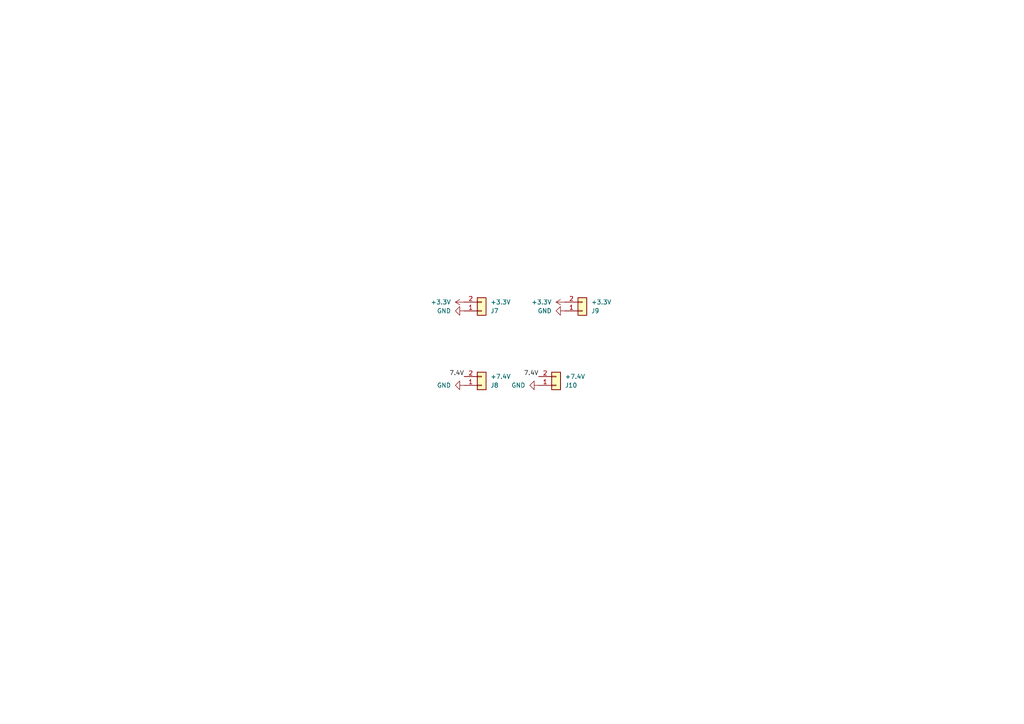
<source format=kicad_sch>
(kicad_sch (version 20231120) (generator "eeschema") (generator_version "8.0")
  (paper "A4")
  (lib_symbols
    (symbol "Connector_Generic:Conn_01x02" (pin_names (offset 1.016) hide)
      (property "Reference" "J" (at 0 2.54 0))
      (property "Value" "Conn_01x02" (at 0 -5.08 0))
      (symbol "Conn_01x02_1_1"
        (rectangle (start -1.27 -2.413) (end 0 -2.667) (stroke (width 0.1524)))
        (rectangle (start -1.27 0.127) (end 0 -0.127) (stroke (width 0.1524)))
        (rectangle (start -1.27 1.27) (end 1.27 -3.81) (stroke (width 0.254)) (fill (type background)))
        (pin passive line (at -5.08 0 0) (length 3.81) (name "Pin_1") (number "1"))
        (pin passive line (at -5.08 -2.54 0) (length 3.81) (name "Pin_2") (number "2"))
      )
    )
    (symbol "power:+3.3V" (power) (pin_numbers hide) (pin_names (offset 0) hide)
      (property "Value" "+3.3V" (at 0 3.556 0))
      (symbol "+3.3V_0_1"
        (polyline (pts (xy -0.762 1.27) (xy 0 2.54)))
        (polyline (pts (xy 0 0) (xy 0 2.54)))
        (polyline (pts (xy 0 2.54) (xy 0.762 1.27)))
      )
      (symbol "+3.3V_1_1"
        (pin power_in line (at 0 0 90) (length 0) (name "~") (number "1"))
      )
    )
    (symbol "power:GND" (power) (pin_numbers hide) (pin_names (offset 0) hide)
      (property "Value" "GND" (at 0 -3.81 0))
      (symbol "GND_0_1"
        (polyline (pts (xy 0 0) (xy 0 -1.27) (xy 1.27 -1.27) (xy 0 -2.54) (xy -1.27 -1.27) (xy 0 -1.27)))
      )
      (symbol "GND_1_1"
        (pin power_in line (at 0 0 270) (length 0) (name "~") (number "1"))
      )
    )
  )
  (label "7.4V" (at 134.62 109.22 180))
  (label "7.4V" (at 156.21 109.22 180))
  (symbol (lib_id "power:GND") (at 134.62 90.17 270) (unit 1)
    (property "Reference" "#PWR055" (effects (hide yes)))
    (property "Value" "GND" (at 130.81 90.1699 90) (effects (justify right)))
    (property "Description" "Power symbol creates a global label with name \"GND\" , ground" (effects (hide yes)))
  )
  (symbol (lib_id "power:GND") (at 134.62 111.76 270) (unit 1)
    (property "Reference" "#PWR056" (effects (hide yes)))
    (property "Value" "GND" (at 130.81 111.7599 90) (effects (justify right)))
    (property "Description" "Power symbol creates a global label with name \"GND\" , ground" (effects (hide yes)))
  )
  (symbol (lib_id "power:+3.3V") (at 134.62 87.63 90) (unit 1)
    (property "Reference" "#PWR061" (effects (hide yes)))
    (property "Value" "+3.3V" (at 130.81 87.6299 90) (effects (justify left)))
    (property "Description" "Power symbol creates a global label with name \"+3.3V\"" (effects (hide yes)))
  )
  (symbol (lib_id "power:+3.3V") (at 163.83 87.63 90) (unit 1)
    (property "Reference" "#PWR062" (effects (hide yes)))
    (property "Value" "+3.3V" (at 160.02 87.6299 90) (effects (justify left)))
    (property "Description" "Power symbol creates a global label with name \"+3.3V\"" (effects (hide yes)))
  )
  (symbol (lib_id "Connector_Generic:Conn_01x02") (at 139.7 90.17 0) (mirror x) (unit 1)
    (property "Reference" "J7" (at 142.24 90.1701 0) (effects (justify left)))
    (property "Value" "+3.3V" (at 142.24 87.6301 0) (effects (justify left)))
    (property "Footprint" "Connector_JST:JST_XA_B02B-XASK-1_1x02_P2.50mm_Vertical" (effects (hide yes)))
    (property "Description" "Generic connector, single row, 01x02, script generated (kicad-library-utils/schlib/autogen/connector/)" (effects (hide yes)))
  )
  (symbol (lib_id "power:GND") (at 156.21 111.76 270) (unit 1)
    (property "Reference" "#PWR058" (effects (hide yes)))
    (property "Value" "GND" (at 152.4 111.7599 90) (effects (justify right)))
    (property "Description" "Power symbol creates a global label with name \"GND\" , ground" (effects (hide yes)))
  )
  (symbol (lib_id "Connector_Generic:Conn_01x02") (at 139.7 111.76 0) (mirror x) (unit 1)
    (property "Reference" "J8" (at 142.24 111.7601 0) (effects (justify left)))
    (property "Value" "+7.4V" (at 142.24 109.2201 0) (effects (justify left)))
    (property "Footprint" "Connector_JST:JST_XA_B02B-XASK-1_1x02_P2.50mm_Vertical" (effects (hide yes)))
    (property "Description" "Generic connector, single row, 01x02, script generated (kicad-library-utils/schlib/autogen/connector/)" (effects (hide yes)))
  )
  (symbol (lib_id "power:GND") (at 163.83 90.17 270) (unit 1)
    (property "Reference" "#PWR057" (effects (hide yes)))
    (property "Value" "GND" (at 160.02 90.1699 90) (effects (justify right)))
    (property "Description" "Power symbol creates a global label with name \"GND\" , ground" (effects (hide yes)))
  )
  (symbol (lib_id "Connector_Generic:Conn_01x02") (at 168.91 90.17 0) (mirror x) (unit 1)
    (property "Reference" "J9" (at 171.45 90.1701 0) (effects (justify left)))
    (property "Value" "+3.3V" (at 171.45 87.6301 0) (effects (justify left)))
    (property "Footprint" "Connector_JST:JST_XA_B02B-XASK-1_1x02_P2.50mm_Vertical" (effects (hide yes)))
    (property "Description" "Generic connector, single row, 01x02, script generated (kicad-library-utils/schlib/autogen/connector/)" (effects (hide yes)))
  )
  (symbol (lib_id "Connector_Generic:Conn_01x02") (at 161.29 111.76 0) (mirror x) (unit 1)
    (property "Reference" "J10" (at 163.83 111.7601 0) (effects (justify left)))
    (property "Value" "+7.4V" (at 163.83 109.2201 0) (effects (justify left)))
    (property "Footprint" "Connector_JST:JST_XA_B02B-XASK-1_1x02_P2.50mm_Vertical" (effects (hide yes)))
    (property "Description" "Generic connector, single row, 01x02, script generated (kicad-library-utils/schlib/autogen/connector/)" (effects (hide yes)))
  )
)
</source>
